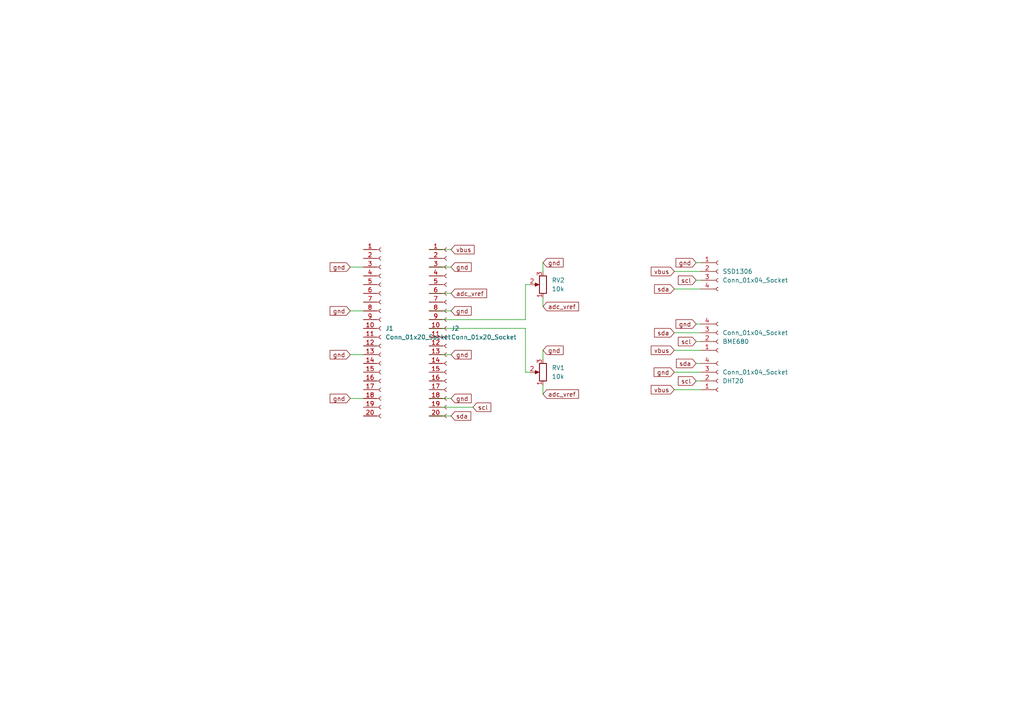
<source format=kicad_sch>
(kicad_sch (version 20230121) (generator eeschema)
  (paper "A4")
  (lib_symbols
    (symbol "Connector:Conn_01x04_Socket" (pin_names (offset 1.016) hide)
      (property "Reference" "J" (at 0 5.08 0))
      (property "Value" "Conn_01x04_Socket" (at 0 -7.62 0))
      (symbol "Conn_01x04_Socket_1_1"
        (arc (start 0 -4.572) (mid -0.5058 -5.08) (end 0 -5.588) (stroke (width 0.1524)))
        (arc (start 0 -2.032) (mid -0.5058 -2.54) (end 0 -3.048) (stroke (width 0.1524)))
        (polyline (pts (xy -1.27 -5.08) (xy -0.508 -5.08)) (stroke (width 0.1524)))
        (polyline (pts (xy -1.27 -2.54) (xy -0.508 -2.54)) (stroke (width 0.1524)))
        (polyline (pts (xy -1.27 0) (xy -0.508 0)) (stroke (width 0.1524)))
        (polyline (pts (xy -1.27 2.54) (xy -0.508 2.54)) (stroke (width 0.1524)))
        (arc (start 0 0.508) (mid -0.5058 0) (end 0 -0.508) (stroke (width 0.1524)))
        (arc (start 0 3.048) (mid -0.5058 2.54) (end 0 2.032) (stroke (width 0.1524)))
        (pin passive line (at -5.08 2.54 0) (length 3.81) (name "Pin_1") (number "1"))
        (pin passive line (at -5.08 0 0) (length 3.81) (name "Pin_2") (number "2"))
        (pin passive line (at -5.08 -2.54 0) (length 3.81) (name "Pin_3") (number "3"))
        (pin passive line (at -5.08 -5.08 0) (length 3.81) (name "Pin_4") (number "4"))
      )
    )
    (symbol "Connector:Conn_01x20_Socket" (pin_names (offset 1.016) hide)
      (property "Reference" "J" (at 0 25.4 0))
      (property "Value" "Conn_01x20_Socket" (at 0 -27.94 0))
      (symbol "Conn_01x20_Socket_1_1"
        (arc (start 0 -24.892) (mid -0.5058 -25.4) (end 0 -25.908) (stroke (width 0.1524)))
        (arc (start 0 -22.352) (mid -0.5058 -22.86) (end 0 -23.368) (stroke (width 0.1524)))
        (arc (start 0 -19.812) (mid -0.5058 -20.32) (end 0 -20.828) (stroke (width 0.1524)))
        (arc (start 0 -17.272) (mid -0.5058 -17.78) (end 0 -18.288) (stroke (width 0.1524)))
        (arc (start 0 -14.732) (mid -0.5058 -15.24) (end 0 -15.748) (stroke (width 0.1524)))
        (arc (start 0 -12.192) (mid -0.5058 -12.7) (end 0 -13.208) (stroke (width 0.1524)))
        (arc (start 0 -9.652) (mid -0.5058 -10.16) (end 0 -10.668) (stroke (width 0.1524)))
        (arc (start 0 -7.112) (mid -0.5058 -7.62) (end 0 -8.128) (stroke (width 0.1524)))
        (arc (start 0 -4.572) (mid -0.5058 -5.08) (end 0 -5.588) (stroke (width 0.1524)))
        (arc (start 0 -2.032) (mid -0.5058 -2.54) (end 0 -3.048) (stroke (width 0.1524)))
        (polyline (pts (xy -1.27 -25.4) (xy -0.508 -25.4)) (stroke (width 0.1524)))
        (polyline (pts (xy -1.27 -22.86) (xy -0.508 -22.86)) (stroke (width 0.1524)))
        (polyline (pts (xy -1.27 -20.32) (xy -0.508 -20.32)) (stroke (width 0.1524)))
        (polyline (pts (xy -1.27 -17.78) (xy -0.508 -17.78)) (stroke (width 0.1524)))
        (polyline (pts (xy -1.27 -15.24) (xy -0.508 -15.24)) (stroke (width 0.1524)))
        (polyline (pts (xy -1.27 -12.7) (xy -0.508 -12.7)) (stroke (width 0.1524)))
        (polyline (pts (xy -1.27 -10.16) (xy -0.508 -10.16)) (stroke (width 0.1524)))
        (polyline (pts (xy -1.27 -7.62) (xy -0.508 -7.62)) (stroke (width 0.1524)))
        (polyline (pts (xy -1.27 -5.08) (xy -0.508 -5.08)) (stroke (width 0.1524)))
        (polyline (pts (xy -1.27 -2.54) (xy -0.508 -2.54)) (stroke (width 0.1524)))
        (polyline (pts (xy -1.27 0) (xy -0.508 0)) (stroke (width 0.1524)))
        (polyline (pts (xy -1.27 2.54) (xy -0.508 2.54)) (stroke (width 0.1524)))
        (polyline (pts (xy -1.27 5.08) (xy -0.508 5.08)) (stroke (width 0.1524)))
        (polyline (pts (xy -1.27 7.62) (xy -0.508 7.62)) (stroke (width 0.1524)))
        (polyline (pts (xy -1.27 10.16) (xy -0.508 10.16)) (stroke (width 0.1524)))
        (polyline (pts (xy -1.27 12.7) (xy -0.508 12.7)) (stroke (width 0.1524)))
        (polyline (pts (xy -1.27 15.24) (xy -0.508 15.24)) (stroke (width 0.1524)))
        (polyline (pts (xy -1.27 17.78) (xy -0.508 17.78)) (stroke (width 0.1524)))
        (polyline (pts (xy -1.27 20.32) (xy -0.508 20.32)) (stroke (width 0.1524)))
        (polyline (pts (xy -1.27 22.86) (xy -0.508 22.86)) (stroke (width 0.1524)))
        (arc (start 0 0.508) (mid -0.5058 0) (end 0 -0.508) (stroke (width 0.1524)))
        (arc (start 0 3.048) (mid -0.5058 2.54) (end 0 2.032) (stroke (width 0.1524)))
        (arc (start 0 5.588) (mid -0.5058 5.08) (end 0 4.572) (stroke (width 0.1524)))
        (arc (start 0 8.128) (mid -0.5058 7.62) (end 0 7.112) (stroke (width 0.1524)))
        (arc (start 0 10.668) (mid -0.5058 10.16) (end 0 9.652) (stroke (width 0.1524)))
        (arc (start 0 13.208) (mid -0.5058 12.7) (end 0 12.192) (stroke (width 0.1524)))
        (arc (start 0 15.748) (mid -0.5058 15.24) (end 0 14.732) (stroke (width 0.1524)))
        (arc (start 0 18.288) (mid -0.5058 17.78) (end 0 17.272) (stroke (width 0.1524)))
        (arc (start 0 20.828) (mid -0.5058 20.32) (end 0 19.812) (stroke (width 0.1524)))
        (arc (start 0 23.368) (mid -0.5058 22.86) (end 0 22.352) (stroke (width 0.1524)))
        (pin passive line (at -5.08 22.86 0) (length 3.81) (name "Pin_1") (number "1"))
        (pin passive line (at -5.08 0 0) (length 3.81) (name "Pin_10") (number "10"))
        (pin passive line (at -5.08 -2.54 0) (length 3.81) (name "Pin_11") (number "11"))
        (pin passive line (at -5.08 -5.08 0) (length 3.81) (name "Pin_12") (number "12"))
        (pin passive line (at -5.08 -7.62 0) (length 3.81) (name "Pin_13") (number "13"))
        (pin passive line (at -5.08 -10.16 0) (length 3.81) (name "Pin_14") (number "14"))
        (pin passive line (at -5.08 -12.7 0) (length 3.81) (name "Pin_15") (number "15"))
        (pin passive line (at -5.08 -15.24 0) (length 3.81) (name "Pin_16") (number "16"))
        (pin passive line (at -5.08 -17.78 0) (length 3.81) (name "Pin_17") (number "17"))
        (pin passive line (at -5.08 -20.32 0) (length 3.81) (name "Pin_18") (number "18"))
        (pin passive line (at -5.08 -22.86 0) (length 3.81) (name "Pin_19") (number "19"))
        (pin passive line (at -5.08 20.32 0) (length 3.81) (name "Pin_2") (number "2"))
        (pin passive line (at -5.08 -25.4 0) (length 3.81) (name "Pin_20") (number "20"))
        (pin passive line (at -5.08 17.78 0) (length 3.81) (name "Pin_3") (number "3"))
        (pin passive line (at -5.08 15.24 0) (length 3.81) (name "Pin_4") (number "4"))
        (pin passive line (at -5.08 12.7 0) (length 3.81) (name "Pin_5") (number "5"))
        (pin passive line (at -5.08 10.16 0) (length 3.81) (name "Pin_6") (number "6"))
        (pin passive line (at -5.08 7.62 0) (length 3.81) (name "Pin_7") (number "7"))
        (pin passive line (at -5.08 5.08 0) (length 3.81) (name "Pin_8") (number "8"))
        (pin passive line (at -5.08 2.54 0) (length 3.81) (name "Pin_9") (number "9"))
      )
    )
    (symbol "Device:R_Potentiometer" (pin_names (offset 1.016) hide)
      (property "Reference" "RV" (at -4.445 0 90))
      (property "Value" "R_Potentiometer" (at -2.54 0 90))
      (symbol "R_Potentiometer_0_1"
        (polyline (pts (xy 2.54 0) (xy 1.524 0)))
        (polyline (pts (xy 1.143 0) (xy 2.286 0.508) (xy 2.286 -0.508) (xy 1.143 0)) (fill (type outline)))
        (rectangle (start 1.016 2.54) (end -1.016 -2.54) (stroke (width 0.254)))
      )
      (symbol "R_Potentiometer_1_1"
        (pin passive line (at 0 3.81 270) (length 1.27) (name "1") (number "1"))
        (pin passive line (at 3.81 0 180) (length 1.27) (name "2") (number "2"))
        (pin passive line (at 0 -3.81 90) (length 1.27) (name "3") (number "3"))
      )
    )
  )
  (wire (pts (xy 130.81 120.65) (xy 124.46 120.65)))
  (wire (pts (xy 157.48 101.6) (xy 157.48 104.14)))
  (wire (pts (xy 124.46 115.57) (xy 130.81 115.57)))
  (wire (pts (xy 201.93 81.28) (xy 203.2 81.28)))
  (wire (pts (xy 124.46 85.09) (xy 130.81 85.09)))
  (wire (pts (xy 201.93 105.41) (xy 203.2 105.41)))
  (wire (pts (xy 157.48 86.36) (xy 157.48 88.9)))
  (wire (pts (xy 201.93 110.49) (xy 203.2 110.49)))
  (wire (pts (xy 152.4 107.95) (xy 153.67 107.95)))
  (wire (pts (xy 195.58 107.95) (xy 203.2 107.95)))
  (wire (pts (xy 195.58 101.6) (xy 203.2 101.6)))
  (wire (pts (xy 152.4 107.95) (xy 152.4 95.25)))
  (wire (pts (xy 195.58 78.74) (xy 203.2 78.74)))
  (wire (pts (xy 152.4 82.55) (xy 153.67 82.55)))
  (wire (pts (xy 124.46 90.17) (xy 130.81 90.17)))
  (wire (pts (xy 201.93 76.2) (xy 203.2 76.2)))
  (wire (pts (xy 124.46 102.87) (xy 130.81 102.87)))
  (wire (pts (xy 195.58 96.52) (xy 203.2 96.52)))
  (wire (pts (xy 101.6 115.57) (xy 105.41 115.57)))
  (wire (pts (xy 157.48 111.76) (xy 157.48 114.3)))
  (wire (pts (xy 124.46 77.47) (xy 130.81 77.47)))
  (wire (pts (xy 195.58 113.03) (xy 203.2 113.03)))
  (wire (pts (xy 101.6 102.87) (xy 105.41 102.87)))
  (wire (pts (xy 101.6 77.47) (xy 105.41 77.47)))
  (wire (pts (xy 124.46 118.11) (xy 137.16 118.11)))
  (wire (pts (xy 124.46 92.71) (xy 152.4 92.71)))
  (wire (pts (xy 195.58 83.82) (xy 203.2 83.82)))
  (wire (pts (xy 157.48 76.2) (xy 157.48 78.74)))
  (wire (pts (xy 124.46 72.39) (xy 130.81 72.39)))
  (wire (pts (xy 201.93 93.98) (xy 203.2 93.98)))
  (wire (pts (xy 101.6 90.17) (xy 105.41 90.17)))
  (wire (pts (xy 152.4 95.25) (xy 124.46 95.25)))
  (wire (pts (xy 201.93 99.06) (xy 203.2 99.06)))
  (wire (pts (xy 152.4 82.55) (xy 152.4 92.71)))
  (global_label "gnd" (shape input) (at 157.48 76.2 0) (property "Intersheetrefs" "${INTERSHEET_REFS}" (effects hide)))
  (global_label "gnd" (shape input) (at 130.81 90.17 0) (property "Intersheetrefs" "${INTERSHEET_REFS}" (effects hide)))
  (global_label "gnd" (shape input) (at 130.81 77.47 0) (property "Intersheetrefs" "${INTERSHEET_REFS}" (effects hide)))
  (global_label "gnd" (shape input) (at 130.81 115.57 0) (property "Intersheetrefs" "${INTERSHEET_REFS}" (effects hide)))
  (global_label "sda" (shape input) (at 130.81 120.65 0) (property "Intersheetrefs" "${INTERSHEET_REFS}" (effects hide)))
  (global_label "vbus" (shape input) (at 130.81 72.39 0) (property "Intersheetrefs" "${INTERSHEET_REFS}" (effects hide)))
  (global_label "gnd" (shape input) (at 130.81 102.87 0) (property "Intersheetrefs" "${INTERSHEET_REFS}" (effects hide)))
  (global_label "gnd" (shape input) (at 101.6 90.17 180) (property "Intersheetrefs" "${INTERSHEET_REFS}" (effects hide)))
  (global_label "gnd" (shape input) (at 201.93 76.2 180) (property "Intersheetrefs" "${INTERSHEET_REFS}" (effects hide)))
  (global_label "gnd" (shape input) (at 101.6 77.47 180) (property "Intersheetrefs" "${INTERSHEET_REFS}" (effects hide)))
  (global_label "gnd" (shape input) (at 195.58 107.95 180) (property "Intersheetrefs" "${INTERSHEET_REFS}" (effects hide)))
  (global_label "sda" (shape input) (at 195.58 96.52 180) (property "Intersheetrefs" "${INTERSHEET_REFS}" (effects hide)))
  (global_label "vbus" (shape input) (at 195.58 78.74 180) (property "Intersheetrefs" "${INTERSHEET_REFS}" (effects hide)))
  (global_label "gnd" (shape input) (at 157.48 101.6 0) (property "Intersheetrefs" "${INTERSHEET_REFS}" (effects hide)))
  (global_label "vbus" (shape input) (at 195.58 113.03 180) (property "Intersheetrefs" "${INTERSHEET_REFS}" (effects hide)))
  (global_label "gnd" (shape input) (at 101.6 102.87 180) (property "Intersheetrefs" "${INTERSHEET_REFS}" (effects hide)))
  (global_label "gnd" (shape input) (at 201.93 93.98 180) (property "Intersheetrefs" "${INTERSHEET_REFS}" (effects hide)))
  (global_label "adc_vref" (shape input) (at 130.81 85.09 0) (property "Intersheetrefs" "${INTERSHEET_REFS}" (effects hide)))
  (global_label "adc_vref" (shape input) (at 157.48 114.3 0) (property "Intersheetrefs" "${INTERSHEET_REFS}" (effects hide)))
  (global_label "scl" (shape input) (at 201.93 81.28 180) (property "Intersheetrefs" "${INTERSHEET_REFS}" (effects hide)))
  (global_label "scl" (shape input) (at 201.93 99.06 180) (property "Intersheetrefs" "${INTERSHEET_REFS}" (effects hide)))
  (global_label "adc_vref" (shape input) (at 157.48 88.9 0) (property "Intersheetrefs" "${INTERSHEET_REFS}" (effects hide)))
  (global_label "vbus" (shape input) (at 195.58 101.6 180) (property "Intersheetrefs" "${INTERSHEET_REFS}" (effects hide)))
  (global_label "sda" (shape input) (at 201.93 105.41 180) (property "Intersheetrefs" "${INTERSHEET_REFS}" (effects hide)))
  (global_label "sda" (shape input) (at 195.58 83.82 180) (property "Intersheetrefs" "${INTERSHEET_REFS}" (effects hide)))
  (global_label "gnd" (shape input) (at 101.6 115.57 180) (property "Intersheetrefs" "${INTERSHEET_REFS}" (effects hide)))
  (global_label "scl" (shape input) (at 201.93 110.49 180) (property "Intersheetrefs" "${INTERSHEET_REFS}" (effects hide)))
  (global_label "scl" (shape input) (at 137.16 118.11 0) (property "Intersheetrefs" "${INTERSHEET_REFS}" (effects hide)))
  (symbol (lib_id "Connector:Conn_01x04_Socket") (at 208.28 110.49 0) (mirror x) (unit 1)
    (property "Reference" "DHT20" (at 209.55 110.49 0) (effects (justify left)))
    (property "Value" "Conn_01x04_Socket" (at 209.55 107.95 0) (effects (justify left)))
    (property "Footprint" "Connector_PinSocket_2.54mm:PinSocket_1x04_P2.54mm_Vertical" (effects hide))
  )
  (symbol (lib_id "Connector:Conn_01x04_Socket") (at 208.28 99.06 0) (mirror x) (unit 1)
    (property "Reference" "BME680" (at 209.55 99.06 0) (effects (justify left)))
    (property "Value" "Conn_01x04_Socket" (at 209.55 96.52 0) (effects (justify left)))
    (property "Footprint" "Connector_PinHeader_2.54mm:PinHeader_1x04_P2.54mm_Vertical" (effects hide))
  )
  (symbol (lib_id "Connector:Conn_01x20_Socket") (at 129.54 95.25 0) (unit 1)
    (property "Reference" "J2" (at 130.81 95.25 0) (effects (justify left)))
    (property "Value" "Conn_01x20_Socket" (at 130.81 97.79 0) (effects (justify left)))
    (property "Footprint" "Connector_PinSocket_2.54mm:PinSocket_1x20_P2.54mm_Vertical" (effects hide))
  )
  (symbol (lib_id "Connector:Conn_01x04_Socket") (at 208.28 78.74 0) (unit 1)
    (property "Reference" "SSD1306" (at 209.55 78.74 0) (effects (justify left)))
    (property "Value" "Conn_01x04_Socket" (at 209.55 81.28 0) (effects (justify left)))
    (property "Footprint" "Connector_PinSocket_2.54mm:PinSocket_1x04_P2.54mm_Vertical" (effects hide))
  )
  (symbol (lib_id "Connector:Conn_01x20_Socket") (at 110.49 95.25 0) (unit 1)
    (property "Reference" "J1" (at 111.76 95.25 0) (effects (justify left)))
    (property "Value" "Conn_01x20_Socket" (at 111.76 97.79 0) (effects (justify left)))
    (property "Footprint" "Connector_PinSocket_2.54mm:PinSocket_1x20_P2.54mm_Vertical" (effects hide))
  )
  (symbol (lib_id "Device:R_Potentiometer") (at 157.48 107.95 180) (unit 1)
    (property "Reference" "RV1" (at 160.02 106.68 0) (effects (justify right)))
    (property "Value" "10k" (at 160.02 109.22 0) (effects (justify right)))
    (property "Footprint" "Potentiometer_THT:Potentiometer_Bourns_3296W_Vertical" (effects hide))
  )
  (symbol (lib_id "Device:R_Potentiometer") (at 157.48 82.55 180) (unit 1)
    (property "Reference" "RV2" (at 160.02 81.28 0) (effects (justify right)))
    (property "Value" "10k" (at 160.02 83.82 0) (effects (justify right)))
    (property "Footprint" "Potentiometer_THT:Potentiometer_Bourns_3296W_Vertical" (effects hide))
  )
)
</source>
